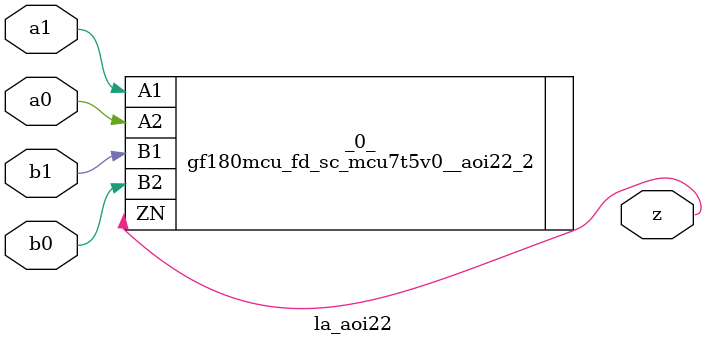
<source format=v>

/* Generated by Yosys 0.37 (git sha1 a5c7f69ed, clang 14.0.0-1ubuntu1.1 -fPIC -Os) */

module la_aoi22(a0, a1, b0, b1, z);
  input a0;
  wire a0;
  input a1;
  wire a1;
  input b0;
  wire b0;
  input b1;
  wire b1;
  output z;
  wire z;
  gf180mcu_fd_sc_mcu7t5v0__aoi22_2 _0_ (
    .A1(a1),
    .A2(a0),
    .B1(b1),
    .B2(b0),
    .ZN(z)
  );
endmodule

</source>
